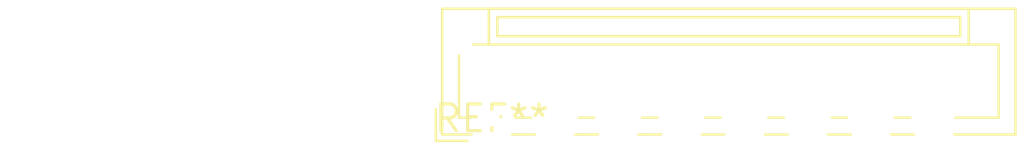
<source format=kicad_pcb>
(kicad_pcb (version 20240108) (generator pcbnew)
  (layers (0 "F.Cu" signal) (31 "B.Cu" signal) (34 "B.Paste" user) (35 "F.Paste" user) (36 "B.SilkS" user "B.Silkscreen") (37 "F.SilkS" user "F.Silkscreen") (38 "B.Mask" user) (39 "F.Mask" user) (44 "Edge.Cuts" user))
  (net 0 "")
  (footprint "JST_ZE_B16B-ZESK-1D_1x16_P1.50mm_Vertical" (layer "F.Cu") (at 0 0)
    (property "Reference" "REF**")
    (property "Value" "JST_ZE_B16B-ZESK-1D_1x16_P1.50mm_Vertical")
    (fp_line (start -2.66 -0.44) (end -2.66 1.06) (layer "F.SilkS") (stroke (width 0.12)))
    (fp_line (start -2.66 1.06) (end -1.16 1.06) (layer "F.SilkS") (stroke (width 0.12)))
    (fp_line (start -2.36 -5.21) (end 24.86 -5.21) (layer "F.SilkS") (stroke (width 0.12)))
    (fp_line (start -2.36 0.76) (end -2.36 -5.21) (layer "F.SilkS") (stroke (width 0.12)))
    (fp_line (start -1.56 -3) (end -1.56 -0.04) (layer "F.SilkS") (stroke (width 0.12)))
    (fp_line (start -1.56 -0.04) (end -1 -0.04) (layer "F.SilkS") (stroke (width 0.12)))
    (fp_line (start -0.96 0.76) (end -2.36 0.76) (layer "F.SilkS") (stroke (width 0.12)))
    (fp_line (start -0.14 -5.21) (end -0.14 -3.51) (layer "F.SilkS") (stroke (width 0.12)))
    (fp_line (start -0.14 -3.51) (end -0.9 -3.51) (layer "F.SilkS") (stroke (width 0.12)))
    (fp_line (start -0.14 -3.51) (end 22.64 -3.51) (layer "F.SilkS") (stroke (width 0.12)))
    (fp_line (start 0.26 -4.81) (end 0.26 -3.91) (layer "F.SilkS") (stroke (width 0.12)))
    (fp_line (start 0.26 -3.91) (end 22.24 -3.91) (layer "F.SilkS") (stroke (width 0.12)))
    (fp_line (start 0.96 0.76) (end 2.04 0.76) (layer "F.SilkS") (stroke (width 0.12)))
    (fp_line (start 1.135 -0.04) (end 1.865 -0.04) (layer "F.SilkS") (stroke (width 0.12)))
    (fp_line (start 3.96 0.76) (end 5.04 0.76) (layer "F.SilkS") (stroke (width 0.12)))
    (fp_line (start 4.135 -0.04) (end 4.865 -0.04) (layer "F.SilkS") (stroke (width 0.12)))
    (fp_line (start 6.96 0.76) (end 8.04 0.76) (layer "F.SilkS") (stroke (width 0.12)))
    (fp_line (start 7.135 -0.04) (end 7.865 -0.04) (layer "F.SilkS") (stroke (width 0.12)))
    (fp_line (start 9.96 0.76) (end 11.04 0.76) (layer "F.SilkS") (stroke (width 0.12)))
    (fp_line (start 10.135 -0.04) (end 10.865 -0.04) (layer "F.SilkS") (stroke (width 0.12)))
    (fp_line (start 12.96 0.76) (end 14.04 0.76) (layer "F.SilkS") (stroke (width 0.12)))
    (fp_line (start 13.135 -0.04) (end 13.865 -0.04) (layer "F.SilkS") (stroke (width 0.12)))
    (fp_line (start 15.96 0.76) (end 17.04 0.76) (layer "F.SilkS") (stroke (width 0.12)))
    (fp_line (start 16.135 -0.04) (end 16.865 -0.04) (layer "F.SilkS") (stroke (width 0.12)))
    (fp_line (start 18.96 0.76) (end 20.04 0.76) (layer "F.SilkS") (stroke (width 0.12)))
    (fp_line (start 19.135 -0.04) (end 19.865 -0.04) (layer "F.SilkS") (stroke (width 0.12)))
    (fp_line (start 22.24 -4.81) (end 0.26 -4.81) (layer "F.SilkS") (stroke (width 0.12)))
    (fp_line (start 22.24 -3.91) (end 22.24 -4.81) (layer "F.SilkS") (stroke (width 0.12)))
    (fp_line (start 22.64 -5.21) (end -0.14 -5.21) (layer "F.SilkS") (stroke (width 0.12)))
    (fp_line (start 22.64 -3.51) (end 22.64 -5.21) (layer "F.SilkS") (stroke (width 0.12)))
    (fp_line (start 22.64 -3.51) (end 24.06 -3.51) (layer "F.SilkS") (stroke (width 0.12)))
    (fp_line (start 24.06 -3.51) (end 24.06 -0.04) (layer "F.SilkS") (stroke (width 0.12)))
    (fp_line (start 24.06 -0.04) (end 22 -0.04) (layer "F.SilkS") (stroke (width 0.12)))
    (fp_line (start 24.86 -5.21) (end 24.86 0.76) (layer "F.SilkS") (stroke (width 0.12)))
    (fp_line (start 24.86 0.76) (end 21.96 0.76) (layer "F.SilkS") (stroke (width 0.12)))
    (pad "" np_thru_hole circle (at -1.65 -3.8) (size 0.85 0.85) (drill 0.85) (layers *.Cu *.Mask))
    (pad "1" thru_hole custom (at 0 0) (size 1.117157 1.117157) (drill 0.75) (layers *.Cu *.Mask) (remove_unused_layers) (options (clearance outline) (anchor circle)) (primitives (gr_poly (pts (xy 0.45 -0.225) (xy 0.45 0.625) (xy -0.45 0.625) (xy -0.45 -0.625) (xy 0.05 -0.625)) (width 0.5) (fill yes))))
    (pad "2" thru_hole oval (at 1.5 -2) (size 1.4 1.75) (drill 0.75) (layers *.Cu *.Mask) (remove_unused_layers))
    (pad "3" thru_hole oval (at 3 0) (size 1.4 1.75) (drill 0.75) (layers *.Cu *.Mask) (remove_unused_layers))
    (pad "4" thru_hole oval (at 4.5 -2) (size 1.4 1.75) (drill 0.75) (layers *.Cu *.Mask) (remove_unused_layers))
    (pad "5" thru_hole oval (at 6 0) (size 1.4 1.75) (drill 0.75) (layers *.Cu *.Mask) (remove_unused_layers))
    (pad "6" thru_hole oval (at 7.5 -2) (size 1.4 1.75) (drill 0.75) (layers *.Cu *.Mask) (remove_unused_layers))
    (pad "7" thru_hole oval (at 9 0) (size 1.4 1.75) (drill 0.75) (layers *.Cu *.Mask) (remove_unused_layers))
    (pad "8" thru_hole oval (at 10.5 -2) (size 1.4 1.75) (drill 0.75) (layers *.Cu *.Mask) (remove_unused_layers))
    (pad "9" thru_hole oval (at 12 0) (size 1.4 1.75) (drill 0.75) (layers *.Cu *.Mask) (remove_unused_layers))
    (pad "10" thru_hole oval (at 13.5 -2) (size 1.4 1.75) (drill 0.75) (layers *.Cu *.Mask) (remove_unused_layers))
    (pad "11" thru_hole oval (at 15 0) (size 1.4 1.75) (drill 0.75) (layers *.Cu *.Mask) (remove_unused_layers))
    (pad "12" thru_hole oval (at 16.5 -2) (size 1.4 1.75) (drill 0.75) (layers *.Cu *.Mask) (remove_unused_layers))
    (pad "13" thru_hole oval (at 18 0) (size 1.4 1.75) (drill 0.75) (layers *.Cu *.Mask) (remove_unused_layers))
    (pad "14" thru_hole oval (at 19.5 -2) (size 1.4 1.75) (drill 0.75) (layers *.Cu *.Mask) (remove_unused_layers))
    (pad "15" thru_hole oval (at 21 0) (size 1.4 1.75) (drill 0.75) (layers *.Cu *.Mask) (remove_unused_layers))
    (pad "16" thru_hole oval (at 22.5 -2) (size 1.4 1.75) (drill 0.75) (layers *.Cu *.Mask) (remove_unused_layers))
  )
)
</source>
